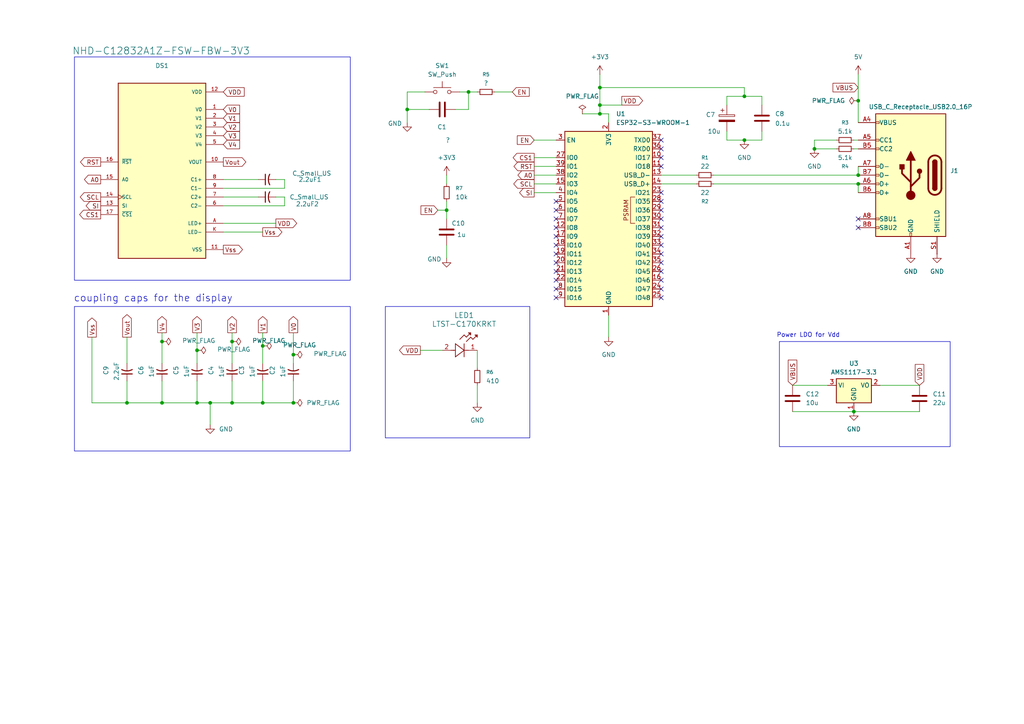
<source format=kicad_sch>
(kicad_sch (version 20250114) (generator "eeschema") (generator_version "9.0")
  (paper "A4")
  (lib_symbols
    (symbol "Connector:USB_C_Receptacle_USB2.0_16P" (pin_names (offset 1.016))
      (property "Reference" "J" (at 0 22.225 0))
      (property "Value" "USB_C_Receptacle_USB2.0_16P" (at 0 19.685 0))
      (symbol "USB_C_Receptacle_USB2.0_16P_0_0"
        (rectangle (start -0.254 -17.78) (end 0.254 -16.764))
        (rectangle (start 10.16 15.494) (end 9.144 14.986))
        (rectangle (start 10.16 10.414) (end 9.144 9.906))
        (rectangle (start 10.16 7.874) (end 9.144 7.366))
        (rectangle (start 10.16 2.794) (end 9.144 2.286))
        (rectangle (start 10.16 0.254) (end 9.144 -0.254))
        (rectangle (start 10.16 -2.286) (end 9.144 -2.794))
        (rectangle (start 10.16 -4.826) (end 9.144 -5.334))
        (rectangle (start 10.16 -12.446) (end 9.144 -12.954))
        (rectangle (start 10.16 -14.986) (end 9.144 -15.494))
      )
      (symbol "USB_C_Receptacle_USB2.0_16P_0_1"
        (rectangle (start -10.16 17.78) (end 10.16 -17.78) (stroke (width 0.254)) (fill (type background)))
        (polyline (pts (xy -8.89 -3.81) (xy -8.89 3.81)) (stroke (width 0.508)))
        (rectangle (start -7.62 -3.81) (end -6.35 3.81) (stroke (width 0.254)) (fill (type outline)))
        (arc (start -7.62 3.81) (mid -6.985 4.4423) (end -6.35 3.81) (stroke (width 0.254)))
        (arc (start -7.62 3.81) (mid -6.985 4.4423) (end -6.35 3.81) (stroke (width 0.254)) (fill (type outline)))
        (arc (start -8.89 3.81) (mid -6.985 5.7067) (end -5.08 3.81) (stroke (width 0.508)))
        (arc (start -5.08 -3.81) (mid -6.985 -5.7067) (end -8.89 -3.81) (stroke (width 0.508)))
        (arc (start -6.35 -3.81) (mid -6.985 -4.4423) (end -7.62 -3.81) (stroke (width 0.254)))
        (arc (start -6.35 -3.81) (mid -6.985 -4.4423) (end -7.62 -3.81) (stroke (width 0.254)) (fill (type outline)))
        (polyline (pts (xy -5.08 3.81) (xy -5.08 -3.81)) (stroke (width 0.508)))
        (circle (center -2.54 1.143) (radius 0.635) (stroke (width 0.254)) (fill (type outline)))
        (polyline (pts (xy -1.27 4.318) (xy 0 6.858) (xy 1.27 4.318) (xy -1.27 4.318)) (stroke (width 0.254)) (fill (type outline)))
        (polyline (pts (xy 0 -2.032) (xy 2.54 0.508) (xy 2.54 1.778)) (stroke (width 0.508)))
        (polyline (pts (xy 0 -3.302) (xy -2.54 -0.762) (xy -2.54 0.508)) (stroke (width 0.508)))
        (polyline (pts (xy 0 -5.842) (xy 0 4.318)) (stroke (width 0.508)))
        (circle (center 0 -5.842) (radius 1.27) (fill (type outline)))
        (rectangle (start 1.905 1.778) (end 3.175 3.048) (stroke (width 0.254)) (fill (type outline)))
      )
      (symbol "USB_C_Receptacle_USB2.0_16P_1_1"
        (pin passive line (at -7.62 -22.86 90) (length 5.08) (name "SHIELD") (number "S1"))
        (pin passive line (at 0 -22.86 90) (length 5.08) (name "GND") (number "A1"))
        (pin passive line (at 0 -22.86 90) (length 5.08) (hide yes) (name "GND") (number "A12"))
        (pin passive line (at 0 -22.86 90) (length 5.08) (hide yes) (name "GND") (number "B1"))
        (pin passive line (at 0 -22.86 90) (length 5.08) (hide yes) (name "GND") (number "B12"))
        (pin passive line (at 15.24 15.24 180) (length 5.08) (name "VBUS") (number "A4"))
        (pin passive line (at 15.24 15.24 180) (length 5.08) (hide yes) (name "VBUS") (number "A9"))
        (pin passive line (at 15.24 15.24 180) (length 5.08) (hide yes) (name "VBUS") (number "B4"))
        (pin passive line (at 15.24 15.24 180) (length 5.08) (hide yes) (name "VBUS") (number "B9"))
        (pin bidirectional line (at 15.24 10.16 180) (length 5.08) (name "CC1") (number "A5"))
        (pin bidirectional line (at 15.24 7.62 180) (length 5.08) (name "CC2") (number "B5"))
        (pin bidirectional line (at 15.24 2.54 180) (length 5.08) (name "D-") (number "A7"))
        (pin bidirectional line (at 15.24 0 180) (length 5.08) (name "D-") (number "B7"))
        (pin bidirectional line (at 15.24 -2.54 180) (length 5.08) (name "D+") (number "A6"))
        (pin bidirectional line (at 15.24 -5.08 180) (length 5.08) (name "D+") (number "B6"))
        (pin bidirectional line (at 15.24 -12.7 180) (length 5.08) (name "SBU1") (number "A8"))
        (pin bidirectional line (at 15.24 -15.24 180) (length 5.08) (name "SBU2") (number "B8"))
      )
    )
    (symbol "Device:C" (pin_numbers (hide yes)) (pin_names (offset 0.254))
      (property "Reference" "C" (at 0.635 2.54 0))
      (property "Value" "C" (at 0.635 -2.54 0))
      (symbol "C_0_1"
        (polyline (pts (xy -2.032 0.762) (xy 2.032 0.762)) (stroke (width 0.508)))
        (polyline (pts (xy -2.032 -0.762) (xy 2.032 -0.762)) (stroke (width 0.508)))
      )
      (symbol "C_1_1"
        (pin passive line (at 0 3.81 270) (length 2.794) (name "~") (number "1"))
        (pin passive line (at 0 -3.81 90) (length 2.794) (name "~") (number "2"))
      )
    )
    (symbol "Device:C_Polarized" (pin_numbers (hide yes)) (pin_names (offset 0.254))
      (property "Reference" "C" (at 0.635 2.54 0))
      (property "Value" "C_Polarized" (at 0.635 -2.54 0))
      (symbol "C_Polarized_0_1"
        (rectangle (start -2.286 0.508) (end 2.286 1.016))
        (polyline (pts (xy -1.778 2.286) (xy -0.762 2.286)))
        (polyline (pts (xy -1.27 2.794) (xy -1.27 1.778)))
        (rectangle (start 2.286 -0.508) (end -2.286 -1.016) (fill (type outline)))
      )
      (symbol "C_Polarized_1_1"
        (pin passive line (at 0 3.81 270) (length 2.794) (name "~") (number "1"))
        (pin passive line (at 0 -3.81 90) (length 2.794) (name "~") (number "2"))
      )
    )
    (symbol "Device:C_Small_US" (pin_numbers (hide yes)) (pin_names (offset 0.254) (hide yes))
      (property "Reference" "C" (at 0.254 1.778 0))
      (property "Value" "C_Small_US" (at 0.254 -2.032 0))
      (symbol "C_Small_US_0_1"
        (polyline (pts (xy -1.524 0.508) (xy 1.524 0.508)) (stroke (width 0.3048)))
        (arc (start -1.524 -0.762) (mid 0 -0.3734) (end 1.524 -0.762) (stroke (width 0.3048)))
      )
      (symbol "C_Small_US_1_1"
        (pin passive line (at 0 2.54 270) (length 2.032) (name "~") (number "1"))
        (pin passive line (at 0 -2.54 90) (length 2.032) (name "~") (number "2"))
      )
    )
    (symbol "Device:R_Small" (pin_numbers (hide yes)) (pin_names (offset 0.254) (hide yes))
      (property "Reference" "R" (at 0 0 90))
      (property "Value" "R_Small" (at 1.778 0 90))
      (symbol "R_Small_0_1"
        (rectangle (start -0.762 1.778) (end 0.762 -1.778) (stroke (width 0.2032)))
      )
      (symbol "R_Small_1_1"
        (pin passive line (at 0 2.54 270) (length 0.762) (name "~") (number "1"))
        (pin passive line (at 0 -2.54 90) (length 0.762) (name "~") (number "2"))
      )
    )
    (symbol "LTST-C170krkt:LTST-C170KRKT" (pin_names (offset 0.254))
      (property "Reference" "LED" (at 5.08 -4.445 0))
      (property "Value" "LTST-C170KRKT" (at 5.08 -7.62 0))
      (symbol "LTST-C170KRKT_1_1"
        (polyline (pts (xy 2.54 0) (xy 3.4798 0)) (stroke (width 0.2032)))
        (polyline (pts (xy 3.175 0) (xy 3.81 0)) (stroke (width 0.2032)))
        (polyline (pts (xy 3.81 1.905) (xy 3.81 -1.905)) (stroke (width 0.2032)))
        (polyline (pts (xy 3.81 -1.905) (xy 6.35 0)) (stroke (width 0.2032)))
        (polyline (pts (xy 5.08 3.175) (xy 6.35 4.445)) (stroke (width 0.2032)))
        (polyline (pts (xy 6.35 4.445) (xy 6.985 3.81)) (stroke (width 0.2032)))
        (polyline (pts (xy 6.35 0) (xy 3.81 1.905)) (stroke (width 0.2032)))
        (polyline (pts (xy 6.35 0) (xy 7.62 0)) (stroke (width 0.2032)))
        (polyline (pts (xy 6.35 -1.905) (xy 6.35 1.905)) (stroke (width 0.2032)))
        (polyline (pts (xy 6.985 3.81) (xy 8.255 5.08)) (stroke (width 0.2032)))
        (polyline (pts (xy 6.985 2.54) (xy 8.255 3.81)) (stroke (width 0.2032)))
        (polyline (pts (xy 7.62 5.08) (xy 8.255 4.445)) (stroke (width 0.2032)))
        (polyline (pts (xy 8.255 5.08) (xy 7.62 5.08)) (stroke (width 0.2032)))
        (polyline (pts (xy 8.255 4.445) (xy 8.255 5.08)) (stroke (width 0.2032)))
        (polyline (pts (xy 8.255 3.81) (xy 8.89 3.175)) (stroke (width 0.2032)))
        (polyline (pts (xy 8.89 3.175) (xy 10.16 4.445)) (stroke (width 0.2032)))
        (polyline (pts (xy 9.525 4.445) (xy 10.16 3.81)) (stroke (width 0.2032)))
        (polyline (pts (xy 10.16 4.445) (xy 9.525 4.445)) (stroke (width 0.2032)))
        (polyline (pts (xy 10.16 3.81) (xy 10.16 4.445)) (stroke (width 0.2032)))
        (pin unspecified line (at 0 0 0) (length 2.54) (name "") (number "2"))
        (pin unspecified line (at 10.16 0 180) (length 2.54) (name "") (number "1"))
      )
      (symbol "LTST-C170KRKT_1_2"
        (polyline (pts (xy -5.08 8.255) (xy -5.08 7.62)) (stroke (width 0.2032)))
        (polyline (pts (xy -5.08 7.62) (xy -4.445 8.255)) (stroke (width 0.2032)))
        (polyline (pts (xy -4.445 10.16) (xy -4.445 9.525)) (stroke (width 0.2032)))
        (polyline (pts (xy -4.445 9.525) (xy -3.81 10.16)) (stroke (width 0.2032)))
        (polyline (pts (xy -4.445 8.255) (xy -5.08 8.255)) (stroke (width 0.2032)))
        (polyline (pts (xy -4.445 6.35) (xy -3.81 6.985)) (stroke (width 0.2032)))
        (polyline (pts (xy -3.81 10.16) (xy -4.445 10.16)) (stroke (width 0.2032)))
        (polyline (pts (xy -3.81 8.255) (xy -3.175 8.89)) (stroke (width 0.2032)))
        (polyline (pts (xy -3.81 6.985) (xy -5.08 8.255)) (stroke (width 0.2032)))
        (polyline (pts (xy -3.175 8.89) (xy -4.445 10.16)) (stroke (width 0.2032)))
        (polyline (pts (xy -3.175 5.08) (xy -4.445 6.35)) (stroke (width 0.2032)))
        (polyline (pts (xy -2.54 6.985) (xy -3.81 8.255)) (stroke (width 0.2032)))
        (polyline (pts (xy -1.905 3.81) (xy 1.905 3.81)) (stroke (width 0.2032)))
        (polyline (pts (xy 0 6.35) (xy -1.905 3.81)) (stroke (width 0.2032)))
        (polyline (pts (xy 0 6.35) (xy 0 7.62)) (stroke (width 0.2032)))
        (polyline (pts (xy 0 3.175) (xy 0 3.81)) (stroke (width 0.2032)))
        (polyline (pts (xy 0 2.54) (xy 0 3.4798)) (stroke (width 0.2032)))
        (polyline (pts (xy 1.905 6.35) (xy -1.905 6.35)) (stroke (width 0.2032)))
        (polyline (pts (xy 1.905 3.81) (xy 0 6.35)) (stroke (width 0.2032)))
        (pin unspecified line (at 0 10.16 270) (length 2.54) (name "") (number "1"))
        (pin unspecified line (at 0 0 90) (length 2.54) (name "") (number "2"))
      )
    )
    (symbol "NHD LCD display:NHD-C12832A1Z-FSW-FBW-3V3" (pin_names (offset 1.016))
      (property "Reference" "DS" (at -12.7 26.162 0))
      (property "Value" "NHD-C12832A1Z-FSW-FBW-3V3" (at -12.7 -27.94 0))
      (symbol "NHD-C12832A1Z-FSW-FBW-3V3_0_0"
        (rectangle (start -12.7 -25.4) (end 12.7 25.4) (stroke (width 0.254)) (fill (type background)))
        (pin input line (at -17.78 2.54 0) (length 5.08) (name "~{RST}") (number "16"))
        (pin input line (at -17.78 -2.54 0) (length 5.08) (name "A0") (number "15"))
        (pin input clock (at -17.78 -7.62 0) (length 5.08) (name "SCL") (number "14"))
        (pin bidirectional line (at -17.78 -10.16 0) (length 5.08) (name "SI") (number "13"))
        (pin input line (at -17.78 -12.7 0) (length 5.08) (name "~{CS1}") (number "17"))
        (pin power_in line (at 17.78 22.86 180) (length 5.08) (name "VDD") (number "12"))
        (pin power_in line (at 17.78 17.78 180) (length 5.08) (name "V0") (number "1"))
        (pin power_in line (at 17.78 15.24 180) (length 5.08) (name "V1") (number "2"))
        (pin power_in line (at 17.78 12.7 180) (length 5.08) (name "V2") (number "3"))
        (pin power_in line (at 17.78 10.16 180) (length 5.08) (name "V3") (number "4"))
        (pin power_in line (at 17.78 7.62 180) (length 5.08) (name "V4") (number "5"))
        (pin output line (at 17.78 2.54 180) (length 5.08) (name "VOUT") (number "10"))
        (pin passive line (at 17.78 -2.54 180) (length 5.08) (name "C1+") (number "8"))
        (pin passive line (at 17.78 -5.08 180) (length 5.08) (name "C1-") (number "9"))
        (pin passive line (at 17.78 -7.62 180) (length 5.08) (name "C2+") (number "7"))
        (pin passive line (at 17.78 -10.16 180) (length 5.08) (name "C2-") (number "6"))
        (pin passive line (at 17.78 -15.24 180) (length 5.08) (name "LED+") (number "A"))
        (pin passive line (at 17.78 -17.78 180) (length 5.08) (name "LED-") (number "K"))
        (pin power_in line (at 17.78 -22.86 180) (length 5.08) (name "VSS") (number "11"))
      )
    )
    (symbol "RF_Module:ESP32-S3-WROOM-1"
      (property "Reference" "U" (at -12.7 26.67 0))
      (property "Value" "ESP32-S3-WROOM-1" (at 12.7 26.67 0))
      (symbol "ESP32-S3-WROOM-1_0_0"
        (rectangle (start -12.7 25.4) (end 12.7 -25.4) (stroke (width 0.254)) (fill (type background)))
        (text "PSRAM" (at 5.08 2.54 900) (effects (font (size 1.27 1.27))))
      )
      (symbol "ESP32-S3-WROOM-1_0_1"
        (polyline (pts (xy 7.62 -1.27) (xy 6.35 -1.27) (xy 6.35 6.35) (xy 7.62 6.35)))
      )
      (symbol "ESP32-S3-WROOM-1_1_1"
        (pin input line (at -15.24 22.86 0) (length 2.54) (name "EN") (number "3"))
        (pin bidirectional line (at -15.24 17.78 0) (length 2.54) (name "IO0") (number "27"))
        (pin bidirectional line (at -15.24 15.24 0) (length 2.54) (name "IO1") (number "39"))
        (pin bidirectional line (at -15.24 12.7 0) (length 2.54) (name "IO2") (number "38"))
        (pin bidirectional line (at -15.24 10.16 0) (length 2.54) (name "IO3") (number "15"))
        (pin bidirectional line (at -15.24 7.62 0) (length 2.54) (name "IO4") (number "4"))
        (pin bidirectional line (at -15.24 5.08 0) (length 2.54) (name "IO5") (number "5"))
        (pin bidirectional line (at -15.24 2.54 0) (length 2.54) (name "IO6") (number "6"))
        (pin bidirectional line (at -15.24 0 0) (length 2.54) (name "IO7") (number "7"))
        (pin bidirectional line (at -15.24 -2.54 0) (length 2.54) (name "IO8") (number "12"))
        (pin bidirectional line (at -15.24 -5.08 0) (length 2.54) (name "IO9") (number "17"))
        (pin bidirectional line (at -15.24 -7.62 0) (length 2.54) (name "IO10") (number "18"))
        (pin bidirectional line (at -15.24 -10.16 0) (length 2.54) (name "IO11") (number "19"))
        (pin bidirectional line (at -15.24 -12.7 0) (length 2.54) (name "IO12") (number "20"))
        (pin bidirectional line (at -15.24 -15.24 0) (length 2.54) (name "IO13") (number "21"))
        (pin bidirectional line (at -15.24 -17.78 0) (length 2.54) (name "IO14") (number "22"))
        (pin bidirectional line (at -15.24 -20.32 0) (length 2.54) (name "IO15") (number "8"))
        (pin bidirectional line (at -15.24 -22.86 0) (length 2.54) (name "IO16") (number "9"))
        (pin power_in line (at 0 27.94 270) (length 2.54) (name "3V3") (number "2"))
        (pin power_in line (at 0 -27.94 90) (length 2.54) (name "GND") (number "1"))
        (pin passive line (at 0 -27.94 90) (length 2.54) (hide yes) (name "GND") (number "40"))
        (pin passive line (at 0 -27.94 90) (length 2.54) (hide yes) (name "GND") (number "41"))
        (pin bidirectional line (at 15.24 22.86 180) (length 2.54) (name "TXD0") (number "37"))
        (pin bidirectional line (at 15.24 20.32 180) (length 2.54) (name "RXD0") (number "36"))
        (pin bidirectional line (at 15.24 17.78 180) (length 2.54) (name "IO17") (number "10"))
        (pin bidirectional line (at 15.24 15.24 180) (length 2.54) (name "IO18") (number "11"))
        (pin bidirectional line (at 15.24 12.7 180) (length 2.54) (name "USB_D-") (number "13"))
        (pin bidirectional line (at 15.24 10.16 180) (length 2.54) (name "USB_D+") (number "14"))
        (pin bidirectional line (at 15.24 7.62 180) (length 2.54) (name "IO21") (number "23"))
        (pin bidirectional line (at 15.24 5.08 180) (length 2.54) (name "IO35") (number "28"))
        (pin bidirectional line (at 15.24 2.54 180) (length 2.54) (name "IO36") (number "29"))
        (pin bidirectional line (at 15.24 0 180) (length 2.54) (name "IO37") (number "30"))
        (pin bidirectional line (at 15.24 -2.54 180) (length 2.54) (name "IO38") (number "31"))
        (pin bidirectional line (at 15.24 -5.08 180) (length 2.54) (name "IO39") (number "32"))
        (pin bidirectional line (at 15.24 -7.62 180) (length 2.54) (name "IO40") (number "33"))
        (pin bidirectional line (at 15.24 -10.16 180) (length 2.54) (name "IO41") (number "34"))
        (pin bidirectional line (at 15.24 -12.7 180) (length 2.54) (name "IO42") (number "35"))
        (pin bidirectional line (at 15.24 -15.24 180) (length 2.54) (name "IO45") (number "26"))
        (pin bidirectional line (at 15.24 -17.78 180) (length 2.54) (name "IO46") (number "16"))
        (pin bidirectional line (at 15.24 -20.32 180) (length 2.54) (name "IO47") (number "24"))
        (pin bidirectional line (at 15.24 -22.86 180) (length 2.54) (name "IO48") (number "25"))
      )
    )
    (symbol "Regulator_Linear:AMS1117-3.3"
      (property "Reference" "U" (at -3.81 3.175 0))
      (property "Value" "AMS1117-3.3" (at 0 3.175 0))
      (symbol "AMS1117-3.3_0_1"
        (rectangle (start -5.08 -5.08) (end 5.08 1.905) (stroke (width 0.254)) (fill (type background)))
      )
      (symbol "AMS1117-3.3_1_1"
        (pin power_in line (at -7.62 0 0) (length 2.54) (name "VI") (number "3"))
        (pin power_in line (at 0 -7.62 90) (length 2.54) (name "GND") (number "1"))
        (pin power_out line (at 7.62 0 180) (length 2.54) (name "VO") (number "2"))
      )
    )
    (symbol "Switch:SW_Push" (pin_numbers (hide yes)) (pin_names (offset 1.016) (hide yes))
      (property "Reference" "SW" (at 1.27 2.54 0))
      (property "Value" "SW_Push" (at 0 -1.524 0))
      (symbol "SW_Push_0_1"
        (circle (center -2.032 0) (radius 0.508))
        (polyline (pts (xy 0 1.27) (xy 0 3.048)))
        (circle (center 2.032 0) (radius 0.508))
        (polyline (pts (xy 2.54 1.27) (xy -2.54 1.27)))
        (pin passive line (at -5.08 0 0) (length 2.54) (name "1") (number "1"))
        (pin passive line (at 5.08 0 180) (length 2.54) (name "2") (number "2"))
      )
    )
    (symbol "power:+3V3" (power) (pin_numbers (hide yes)) (pin_names (offset 0) (hide yes))
      (property "Value" "+3V3" (at 0 3.556 0))
      (symbol "+3V3_0_1"
        (polyline (pts (xy -0.762 1.27) (xy 0 2.54)))
        (polyline (pts (xy 0 2.54) (xy 0.762 1.27)))
        (polyline (pts (xy 0 0) (xy 0 2.54)))
      )
      (symbol "+3V3_1_1"
        (pin power_in line (at 0 0 90) (length 0) (name "~") (number "1"))
      )
    )
    (symbol "power:GND" (power) (pin_numbers (hide yes)) (pin_names (offset 0) (hide yes))
      (property "Value" "GND" (at 0 -3.81 0))
      (symbol "GND_0_1"
        (polyline (pts (xy 0 0) (xy 0 -1.27) (xy 1.27 -1.27) (xy 0 -2.54) (xy -1.27 -1.27) (xy 0 -1.27)))
      )
      (symbol "GND_1_1"
        (pin power_in line (at 0 0 270) (length 0) (name "~") (number "1"))
      )
    )
    (symbol "power:PWR_FLAG" (power) (pin_numbers (hide yes)) (pin_names (offset 0) (hide yes))
      (property "Value" "PWR_FLAG" (at 0 3.81 0))
      (symbol "PWR_FLAG_0_0"
        (pin power_out line (at 0 0 90) (length 0) (name "~") (number "1"))
      )
      (symbol "PWR_FLAG_0_1"
        (polyline (pts (xy 0 0) (xy 0 1.27) (xy -1.016 1.905) (xy 0 2.54) (xy 1.016 1.905) (xy 0 1.27)))
      )
    )
  )
  (rectangle (start 111.76 88.9) (end 153.67 127))
  (rectangle (start 226.06 99.06) (end 275.59 129.54))
  (rectangle (start 21.59 16.51) (end 101.6 81.28))
  (rectangle (start 21.59 88.9) (end 101.6 130.81))
  (text "coupling caps for the display\n" (at 44.45 86.614 0) (effects (font (size 2.032 2.032))))
  (text "Power LDO for Vdd\n" (at 234.442 97.282 0) (effects (font (size 1.27 1.27))))
  (junction (at 173.99 33.02))
  (junction (at 36.83 116.84))
  (junction (at 67.31 116.84))
  (junction (at 248.92 50.8))
  (junction (at 76.2 116.84))
  (junction (at 248.92 29.21))
  (junction (at 67.31 99.06))
  (junction (at 57.15 101.6))
  (junction (at 85.09 102.87))
  (junction (at 57.15 116.84))
  (junction (at 60.96 116.84))
  (junction (at 76.2 100.33))
  (junction (at 46.99 116.84))
  (junction (at 215.9 40.64))
  (junction (at 173.99 25.4))
  (junction (at 118.11 31.75))
  (junction (at 135.89 26.67))
  (junction (at 247.65 119.38))
  (junction (at 248.92 53.34))
  (junction (at 85.09 116.84))
  (junction (at 173.99 30.48))
  (junction (at 236.22 43.18))
  (junction (at 46.99 99.06))
  (junction (at 129.54 60.96))
  (junction (at 215.9 27.94))
  (no_connect (at 191.77 48.26))
  (no_connect (at 191.77 55.88))
  (no_connect (at 161.29 83.82))
  (no_connect (at 161.29 60.96))
  (no_connect (at 191.77 76.2))
  (no_connect (at 161.29 86.36))
  (no_connect (at 161.29 73.66))
  (no_connect (at 191.77 40.64))
  (no_connect (at 191.77 78.74))
  (no_connect (at 161.29 63.5))
  (no_connect (at 191.77 73.66))
  (no_connect (at 191.77 86.36))
  (no_connect (at 191.77 63.5))
  (no_connect (at 161.29 76.2))
  (no_connect (at 161.29 78.74))
  (no_connect (at 191.77 43.18))
  (no_connect (at 191.77 83.82))
  (no_connect (at 248.92 63.5))
  (no_connect (at 191.77 60.96))
  (no_connect (at 191.77 68.58))
  (no_connect (at 161.29 58.42))
  (no_connect (at 191.77 45.72))
  (no_connect (at 161.29 71.12))
  (no_connect (at 191.77 58.42))
  (no_connect (at 191.77 71.12))
  (no_connect (at 161.29 66.04))
  (no_connect (at 191.77 81.28))
  (no_connect (at 161.29 81.28))
  (no_connect (at 191.77 66.04))
  (no_connect (at 161.29 68.58))
  (no_connect (at 248.92 66.04))
  (wire (pts (xy 80.01 52.07) (xy 82.55 52.07)))
  (wire (pts (xy 229.87 119.38) (xy 247.65 119.38)))
  (wire (pts (xy 46.99 96.52) (xy 46.99 99.06)))
  (wire (pts (xy 236.22 40.64) (xy 236.22 43.18)))
  (wire (pts (xy 215.9 27.94) (xy 215.9 25.4)))
  (wire (pts (xy 135.89 26.67) (xy 138.43 26.67)))
  (wire (pts (xy 210.82 38.1) (xy 210.82 40.64)))
  (wire (pts (xy 248.92 48.26) (xy 248.92 50.8)))
  (wire (pts (xy 248.92 53.34) (xy 248.92 55.88)))
  (wire (pts (xy 220.98 27.94) (xy 220.98 30.48)))
  (wire (pts (xy 201.93 50.8) (xy 191.77 50.8)))
  (wire (pts (xy 36.83 97.79) (xy 36.83 105.41)))
  (wire (pts (xy 46.99 110.49) (xy 46.99 116.84)))
  (wire (pts (xy 36.83 116.84) (xy 26.67 116.84)))
  (wire (pts (xy 76.2 100.33) (xy 76.2 105.41)))
  (wire (pts (xy 138.43 111.76) (xy 138.43 116.84)))
  (wire (pts (xy 154.94 50.8) (xy 161.29 50.8)))
  (wire (pts (xy 64.77 54.61) (xy 82.55 54.61)))
  (wire (pts (xy 154.94 45.72) (xy 161.29 45.72)))
  (wire (pts (xy 26.67 97.79) (xy 26.67 116.84)))
  (wire (pts (xy 64.77 52.07) (xy 74.93 52.07)))
  (wire (pts (xy 80.01 64.77) (xy 64.77 64.77)))
  (wire (pts (xy 76.2 110.49) (xy 76.2 116.84)))
  (wire (pts (xy 76.2 116.84) (xy 67.31 116.84)))
  (wire (pts (xy 76.2 96.52) (xy 76.2 100.33)))
  (wire (pts (xy 173.99 21.59) (xy 173.99 25.4)))
  (wire (pts (xy 176.53 91.44) (xy 176.53 97.79)))
  (wire (pts (xy 64.77 59.69) (xy 82.55 59.69)))
  (wire (pts (xy 85.09 96.52) (xy 85.09 102.87)))
  (wire (pts (xy 57.15 110.49) (xy 57.15 116.84)))
  (wire (pts (xy 85.09 102.87) (xy 85.09 105.41)))
  (wire (pts (xy 64.77 67.31) (xy 76.2 67.31)))
  (wire (pts (xy 67.31 99.06) (xy 67.31 105.41)))
  (wire (pts (xy 236.22 43.18) (xy 242.57 43.18)))
  (wire (pts (xy 118.11 26.67) (xy 123.19 26.67)))
  (wire (pts (xy 80.01 57.15) (xy 82.55 57.15)))
  (wire (pts (xy 57.15 101.6) (xy 57.15 105.41)))
  (wire (pts (xy 247.65 119.38) (xy 266.7 119.38)))
  (wire (pts (xy 201.93 53.34) (xy 191.77 53.34)))
  (wire (pts (xy 207.01 53.34) (xy 248.92 53.34)))
  (wire (pts (xy 67.31 96.52) (xy 67.31 99.06)))
  (wire (pts (xy 36.83 110.49) (xy 36.83 116.84)))
  (wire (pts (xy 46.99 99.06) (xy 46.99 105.41)))
  (wire (pts (xy 133.35 26.67) (xy 135.89 26.67)))
  (wire (pts (xy 154.94 48.26) (xy 161.29 48.26)))
  (wire (pts (xy 210.82 30.48) (xy 210.82 27.94)))
  (wire (pts (xy 135.89 26.67) (xy 135.89 31.75)))
  (wire (pts (xy 247.65 40.64) (xy 248.92 40.64)))
  (wire (pts (xy 85.09 110.49) (xy 85.09 116.84)))
  (wire (pts (xy 57.15 96.52) (xy 57.15 101.6)))
  (wire (pts (xy 215.9 40.64) (xy 220.98 40.64)))
  (wire (pts (xy 64.77 57.15) (xy 74.93 57.15)))
  (wire (pts (xy 220.98 38.1) (xy 220.98 40.64)))
  (wire (pts (xy 168.91 33.02) (xy 173.99 33.02)))
  (wire (pts (xy 148.59 26.67) (xy 143.51 26.67)))
  (wire (pts (xy 118.11 31.75) (xy 118.11 35.56)))
  (wire (pts (xy 129.54 74.93) (xy 129.54 71.12)))
  (wire (pts (xy 242.57 40.64) (xy 236.22 40.64)))
  (wire (pts (xy 215.9 27.94) (xy 220.98 27.94)))
  (wire (pts (xy 210.82 40.64) (xy 215.9 40.64)))
  (wire (pts (xy 176.53 33.02) (xy 176.53 35.56)))
  (wire (pts (xy 57.15 116.84) (xy 46.99 116.84)))
  (wire (pts (xy 118.11 31.75) (xy 124.46 31.75)))
  (wire (pts (xy 255.27 111.76) (xy 266.7 111.76)))
  (wire (pts (xy 173.99 30.48) (xy 173.99 33.02)))
  (wire (pts (xy 46.99 116.84) (xy 36.83 116.84)))
  (wire (pts (xy 248.92 21.59) (xy 248.92 29.21)))
  (wire (pts (xy 229.87 111.76) (xy 240.03 111.76)))
  (wire (pts (xy 129.54 60.96) (xy 129.54 63.5)))
  (wire (pts (xy 85.09 116.84) (xy 76.2 116.84)))
  (wire (pts (xy 60.96 123.19) (xy 60.96 116.84)))
  (wire (pts (xy 210.82 27.94) (xy 215.9 27.94)))
  (wire (pts (xy 154.94 53.34) (xy 161.29 53.34)))
  (wire (pts (xy 247.65 43.18) (xy 248.92 43.18)))
  (wire (pts (xy 129.54 50.8) (xy 129.54 53.34)))
  (wire (pts (xy 127 60.96) (xy 129.54 60.96)))
  (wire (pts (xy 180.34 29.21) (xy 180.34 30.48)))
  (wire (pts (xy 173.99 25.4) (xy 173.99 30.48)))
  (wire (pts (xy 82.55 52.07) (xy 82.55 54.61)))
  (wire (pts (xy 132.08 31.75) (xy 135.89 31.75)))
  (wire (pts (xy 207.01 50.8) (xy 248.92 50.8)))
  (wire (pts (xy 173.99 25.4) (xy 215.9 25.4)))
  (wire (pts (xy 248.92 29.21) (xy 248.92 35.56)))
  (wire (pts (xy 154.94 55.88) (xy 161.29 55.88)))
  (wire (pts (xy 154.94 40.64) (xy 161.29 40.64)))
  (wire (pts (xy 138.43 101.6) (xy 138.43 106.68)))
  (wire (pts (xy 176.53 33.02) (xy 173.99 33.02)))
  (wire (pts (xy 67.31 116.84) (xy 60.96 116.84)))
  (wire (pts (xy 60.96 116.84) (xy 57.15 116.84)))
  (wire (pts (xy 121.92 101.6) (xy 128.27 101.6)))
  (wire (pts (xy 118.11 26.67) (xy 118.11 31.75)))
  (wire (pts (xy 82.55 57.15) (xy 82.55 59.69)))
  (wire (pts (xy 67.31 110.49) (xy 67.31 116.84)))
  (wire (pts (xy 180.34 30.48) (xy 173.99 30.48)))
  (wire (pts (xy 129.54 58.42) (xy 129.54 60.96)))
  (global_label "VDD" (shape input) (at 266.7 111.76 90) (property "Intersheetrefs" "${INTERSHEET_REFS}" (effects (hide yes))))
  (global_label "Vout" (shape output) (at 36.83 97.79 90) (property "Intersheetrefs" "${INTERSHEET_REFS}" (effects (hide yes))))
  (global_label "EN" (shape input) (at 148.59 26.67 0) (property "Intersheetrefs" "${INTERSHEET_REFS}" (effects (hide yes))))
  (global_label "V0" (shape input) (at 64.77 31.75 0) (property "Intersheetrefs" "${INTERSHEET_REFS}" (effects (hide yes))))
  (global_label "V0" (shape output) (at 85.09 96.52 90) (property "Intersheetrefs" "${INTERSHEET_REFS}" (effects (hide yes))))
  (global_label "VDD" (shape input) (at 64.77 26.67 0) (property "Intersheetrefs" "${INTERSHEET_REFS}" (effects (hide yes))))
  (global_label "V2" (shape input) (at 64.77 36.83 0) (property "Intersheetrefs" "${INTERSHEET_REFS}" (effects (hide yes))))
  (global_label "VDD" (shape output) (at 121.92 101.6 180) (property "Intersheetrefs" "${INTERSHEET_REFS}" (effects (hide yes))))
  (global_label "EN" (shape input) (at 154.94 40.64 180) (property "Intersheetrefs" "${INTERSHEET_REFS}" (effects (hide yes))))
  (global_label "Vss" (shape output) (at 26.67 97.79 90) (property "Intersheetrefs" "${INTERSHEET_REFS}" (effects (hide yes))))
  (global_label "EN" (shape input) (at 127 60.96 180) (property "Intersheetrefs" "${INTERSHEET_REFS}" (effects (hide yes))))
  (global_label "V4" (shape input) (at 64.77 41.91 0) (property "Intersheetrefs" "${INTERSHEET_REFS}" (effects (hide yes))))
  (global_label "SI" (shape output) (at 29.21 59.69 180) (property "Intersheetrefs" "${INTERSHEET_REFS}" (effects (hide yes))))
  (global_label "SI" (shape output) (at 154.94 55.88 180) (property "Intersheetrefs" "${INTERSHEET_REFS}" (effects (hide yes))))
  (global_label "SCL" (shape output) (at 154.94 53.34 180) (property "Intersheetrefs" "${INTERSHEET_REFS}" (effects (hide yes))))
  (global_label "VBUS" (shape input) (at 229.87 111.76 90) (property "Intersheetrefs" "${INTERSHEET_REFS}" (effects (hide yes))))
  (global_label "A0" (shape output) (at 29.21 52.07 180) (property "Intersheetrefs" "${INTERSHEET_REFS}" (effects (hide yes))))
  (global_label "V3" (shape input) (at 64.77 39.37 0) (property "Intersheetrefs" "${INTERSHEET_REFS}" (effects (hide yes))))
  (global_label "V2" (shape output) (at 67.31 96.52 90) (property "Intersheetrefs" "${INTERSHEET_REFS}" (effects (hide yes))))
  (global_label "Vout" (shape output) (at 64.77 46.99 0) (property "Intersheetrefs" "${INTERSHEET_REFS}" (effects (hide yes))))
  (global_label "V1" (shape output) (at 76.2 96.52 90) (property "Intersheetrefs" "${INTERSHEET_REFS}" (effects (hide yes))))
  (global_label "Vss" (shape output) (at 76.2 67.31 0) (property "Intersheetrefs" "${INTERSHEET_REFS}" (effects (hide yes))))
  (global_label "V1" (shape input) (at 64.77 34.29 0) (property "Intersheetrefs" "${INTERSHEET_REFS}" (effects (hide yes))))
  (global_label "VDD" (shape output) (at 80.01 64.77 0) (property "Intersheetrefs" "${INTERSHEET_REFS}" (effects (hide yes))))
  (global_label "Vss" (shape output) (at 64.77 72.39 0) (property "Intersheetrefs" "${INTERSHEET_REFS}" (effects (hide yes))))
  (global_label "VBUS" (shape input) (at 248.92 25.4 180) (property "Intersheetrefs" "${INTERSHEET_REFS}" (effects (hide yes))))
  (global_label "V3" (shape output) (at 57.15 96.52 90) (property "Intersheetrefs" "${INTERSHEET_REFS}" (effects (hide yes))))
  (global_label "CS1" (shape output) (at 154.94 45.72 180) (property "Intersheetrefs" "${INTERSHEET_REFS}" (effects (hide yes))))
  (global_label "SCL" (shape output) (at 29.21 57.15 180) (property "Intersheetrefs" "${INTERSHEET_REFS}" (effects (hide yes))))
  (global_label "RST" (shape output) (at 154.94 48.26 180) (property "Intersheetrefs" "${INTERSHEET_REFS}" (effects (hide yes))))
  (global_label "A0" (shape output) (at 154.94 50.8 180) (property "Intersheetrefs" "${INTERSHEET_REFS}" (effects (hide yes))))
  (global_label "RST" (shape output) (at 29.21 46.99 180) (property "Intersheetrefs" "${INTERSHEET_REFS}" (effects (hide yes))))
  (global_label "CS1" (shape output) (at 29.21 62.23 180) (property "Intersheetrefs" "${INTERSHEET_REFS}" (effects (hide yes))))
  (global_label "V4" (shape output) (at 46.99 96.52 90) (property "Intersheetrefs" "${INTERSHEET_REFS}" (effects (hide yes))))
  (global_label "VDD" (shape output) (at 180.34 29.21 0) (property "Intersheetrefs" "${INTERSHEET_REFS}" (effects (hide yes))))
  (symbol (lib_id "Device:C_Small_US") (at 67.31 107.95 180) (unit 1)
    (property "Reference" "C4" (at 61.214 107.442 90))
    (property "Value" "1uF" (at 64.262 107.696 90))
    (property "Footprint" "Capacitor_SMD:C_0402_1005Metric" (effects (hide yes)))
    (property "Description" "capacitor, small US symbol" (effects (hide yes)))
  )
  (symbol (lib_id "power:+3V3") (at 129.54 50.8 0) (unit 1)
    (property "Reference" "#PWR011" (effects (hide yes)))
    (property "Value" "+3V3" (at 129.54 45.72 0))
    (property "Description" "Power symbol creates a global label with name \"+3V3\"" (effects (hide yes)))
  )
  (symbol (lib_id "Device:C_Small_US") (at 85.09 107.95 180) (unit 1)
    (property "Reference" "C2" (at 78.994 107.442 90))
    (property "Value" "1uF" (at 82.042 107.696 90))
    (property "Footprint" "Capacitor_SMD:C_0402_1005Metric" (effects (hide yes)))
    (property "Description" "capacitor, small US symbol" (effects (hide yes)))
  )
  (symbol (lib_id "Switch:SW_Push") (at 128.27 26.67 0) (unit 1)
    (property "Reference" "SW1" (at 128.27 19.05 0))
    (property "Value" "SW_Push" (at 128.27 21.59 0))
    (property "Footprint" "Resistor_SMD:R_0402_1005Metric" (effects (hide yes)))
    (property "Description" "Push button switch, generic, two pins" (effects (hide yes)))
  )
  (symbol (lib_id "Device:R_Small") (at 245.11 43.18 90) (mirror x) (unit 1)
    (property "Reference" "R4" (at 245.11 48.26 90) (effects (font (size 1.016 1.016))))
    (property "Value" "5.1k" (at 245.11 45.72 90))
    (property "Footprint" "Resistor_SMD:R_0402_1005Metric" (effects (hide yes)))
    (property "Description" "Resistor, small symbol" (effects (hide yes)))
  )
  (symbol (lib_id "Device:C") (at 220.98 34.29 0) (unit 1)
    (property "Reference" "C8" (at 224.79 33.0199 0) (effects (justify left)))
    (property "Value" "0.1u" (at 224.79 35.814 0) (effects (justify left)))
    (property "Description" "Unpolarized capacitor" (effects (hide yes)))
  )
  (symbol (lib_id "LTST-C170krkt:LTST-C170KRKT") (at 128.27 101.6 0) (unit 1)
    (property "Reference" "LED1" (at 134.62 91.44 0) (effects (font (size 1.524 1.524))))
    (property "Value" "LTST-C170KRKT" (at 134.62 93.98 0) (effects (font (size 1.524 1.524))))
    (property "Footprint" "Ground_Station:LED_LTST-C170KRKT_LTO-M" (effects (hide yes)))
    (property "Datasheet" "LTST-C170KRKT" (effects (hide yes)))
  )
  (symbol (lib_id "Device:R_Small") (at 138.43 109.22 180) (unit 1)
    (property "Reference" "R6" (at 140.97 107.9499 0) (effects (font (size 1.016 1.016)) (justify right)))
    (property "Value" "410" (at 140.97 110.4899 0) (effects (justify right)))
    (property "Description" "Resistor, small symbol" (effects (hide yes)))
  )
  (symbol (lib_id "power:PWR_FLAG") (at 168.91 33.02 0) (unit 1)
    (property "Reference" "#FLG02" (effects (hide yes)))
    (property "Value" "PWR_FLAG" (at 168.91 27.94 0))
    (property "Description" "Special symbol for telling ERC where power comes from" (effects (hide yes)))
  )
  (symbol (lib_id "power:GND") (at 264.16 73.66 0) (unit 1)
    (property "Reference" "#PWR04" (effects (hide yes)))
    (property "Value" "GND" (at 264.16 78.74 0))
    (property "Description" "Power symbol creates a global label with name \"GND\" , ground" (effects (hide yes)))
  )
  (symbol (lib_id "power:PWR_FLAG") (at 46.99 99.06 270) (unit 1)
    (property "Reference" "#FLG07" (effects (hide yes)))
    (property "Value" "PWR_FLAG" (at 52.832 98.806 90) (effects (justify left)))
    (property "Description" "Special symbol for telling ERC where power comes from" (effects (hide yes)))
  )
  (symbol (lib_id "RF_Module:ESP32-S3-WROOM-1") (at 176.53 63.5 0) (unit 1)
    (property "Reference" "U1" (at 178.6733 33.02 0) (effects (justify left)))
    (property "Value" "ESP32-S3-WROOM-1" (at 178.6733 35.56 0) (effects (justify left)))
    (property "Footprint" "RF_Module:ESP32-S3-WROOM-1" (effects (hide yes)))
    (property "Datasheet" "https://www.espressif.com/sites/default/files/documentation/esp32-s3-wroom-1_wroom-1u_datasheet_en.pdf" (effects (hide yes)))
    (property "Description" "RF Module, ESP32-S3 SoC, Wi-Fi 802.11b/g/n, Bluetooth, BLE, 32-bit, 3.3V, onboard antenna, SMD" (effects (hide yes)))
  )
  (symbol (lib_id "Device:C_Small_US") (at 46.99 107.95 180) (unit 1)
    (property "Reference" "C6" (at 40.894 107.442 90))
    (property "Value" "1uF" (at 43.942 107.696 90))
    (property "Footprint" "Capacitor_SMD:C_0402_1005Metric" (effects (hide yes)))
    (property "Description" "capacitor, small US symbol" (effects (hide yes)))
  )
  (symbol (lib_id "Device:R_Small") (at 204.47 53.34 90) (mirror x) (unit 1)
    (property "Reference" "R2" (at 204.47 58.42 90) (effects (font (size 1.016 1.016))))
    (property "Value" "22" (at 204.47 55.88 90))
    (property "Footprint" "Resistor_SMD:R_0402_1005Metric" (effects (hide yes)))
    (property "Description" "Resistor, small symbol" (effects (hide yes)))
  )
  (symbol (lib_id "Device:C_Polarized") (at 210.82 34.29 0) (unit 1)
    (property "Reference" "C7" (at 204.724 33.274 0) (effects (justify left)))
    (property "Value" "10u" (at 205.232 38.1 0) (effects (justify left)))
    (property "Description" "Polarized capacitor" (effects (hide yes)))
  )
  (symbol (lib_id "Device:R_Small") (at 204.47 50.8 90) (unit 1)
    (property "Reference" "R1" (at 204.47 45.72 90) (effects (font (size 1.016 1.016))))
    (property "Value" "22" (at 204.47 48.26 90))
    (property "Footprint" "Resistor_SMD:R_0402_1005Metric" (effects (hide yes)))
    (property "Description" "Resistor, small symbol" (effects (hide yes)))
  )
  (symbol (lib_id "Device:R_Small") (at 129.54 55.88 180) (unit 1)
    (property "Reference" "R7" (at 132.08 54.6099 0) (effects (font (size 1.016 1.016)) (justify right)))
    (property "Value" "10k" (at 132.08 57.1499 0) (effects (justify right)))
    (property "Footprint" "Resistor_SMD:R_0402_1005Metric" (effects (hide yes)))
    (property "Description" "Resistor, small symbol" (effects (hide yes)))
  )
  (symbol (lib_id "power:GND") (at 247.65 119.38 0) (unit 1)
    (property "Reference" "#PWR013" (effects (hide yes)))
    (property "Value" "GND" (at 247.65 124.46 0))
    (property "Description" "Power symbol creates a global label with name \"GND\" , ground" (effects (hide yes)))
  )
  (symbol (lib_id "power:GND") (at 60.96 123.19 0) (unit 1)
    (property "Reference" "#PWR010" (effects (hide yes)))
    (property "Value" "GND" (at 63.5 124.4599 0) (effects (justify left)))
    (property "Description" "Power symbol creates a global label with name \"GND\" , ground" (effects (hide yes)))
  )
  (symbol (lib_id "power:PWR_FLAG") (at 57.15 101.6 270) (unit 1)
    (property "Reference" "#FLG06" (effects (hide yes)))
    (property "Value" "PWR_FLAG" (at 62.992 101.346 90) (effects (justify left)))
    (property "Description" "Special symbol for telling ERC where power comes from" (effects (hide yes)))
  )
  (symbol (lib_id "power:GND") (at 236.22 43.18 0) (unit 1)
    (property "Reference" "#PWR03" (effects (hide yes)))
    (property "Value" "GND" (at 236.22 48.26 0))
    (property "Description" "Power symbol creates a global label with name \"GND\" , ground" (effects (hide yes)))
  )
  (symbol (lib_id "NHD LCD display:NHD-C12832A1Z-FSW-FBW-3V3") (at 46.99 49.53 0) (unit 1)
    (property "Reference" "DS1" (at 46.99 19.05 0))
    (property "Value" "NHD-C12832A1Z-FSW-FBW-3V3" (at 46.736 14.732 0) (effects (font (size 2.032 2.032))))
    (property "Footprint" "Ground_Station:LCD_NHD-C12832A1Z-FSW-FBW-3V3" (effects (hide yes)))
    (property "PARTREV" "7" (effects (hide yes)))
    (property "MANUFACTURER" "Newhaven" (effects (hide yes)))
    (property "MAXIMUM_PACKAGE_HEIGHT" "4.3 mm" (effects (hide yes)))
    (property "STANDARD" "Manufacturer Recommendations" (effects (hide yes)))
  )
  (symbol (lib_id "Regulator_Linear:AMS1117-3.3") (at 247.65 111.76 0) (unit 1)
    (property "Reference" "U3" (at 247.65 105.41 0))
    (property "Value" "AMS1117-3.3" (at 247.65 107.95 0))
    (property "Footprint" "Package_TO_SOT_SMD:SOT-223-3_TabPin2" (effects (hide yes)))
    (property "Datasheet" "http://www.advanced-monolithic.com/pdf/ds1117.pdf" (effects (hide yes)))
    (property "Description" "1A Low Dropout regulator, positive, 3.3V fixed output, SOT-223" (effects (hide yes)))
  )
  (symbol (lib_id "Device:R_Small") (at 245.11 40.64 90) (unit 1)
    (property "Reference" "R3" (at 245.11 35.56 90) (effects (font (size 1.016 1.016))))
    (property "Value" "5.1k" (at 245.11 38.1 90))
    (property "Footprint" "Resistor_SMD:R_0402_1005Metric" (effects (hide yes)))
    (property "Description" "Resistor, small symbol" (effects (hide yes)))
  )
  (symbol (lib_id "Device:C_Small_US") (at 77.47 52.07 90) (unit 1)
    (property "Reference" "2.2uF1" (at 89.916 52.07 90))
    (property "Value" "C_Small_US" (at 90.424 50.292 90))
    (property "Footprint" "Capacitor_SMD:C_0402_1005Metric" (effects (hide yes)))
    (property "Description" "capacitor, small US symbol" (effects (hide yes)))
  )
  (symbol (lib_id "Device:C_Small_US") (at 36.83 107.95 180) (unit 1)
    (property "Reference" "C9" (at 30.734 107.442 90))
    (property "Value" "2.2uF" (at 33.782 107.696 90))
    (property "Footprint" "Capacitor_SMD:C_0402_1005Metric" (effects (hide yes)))
    (property "Description" "capacitor, small US symbol" (effects (hide yes)))
  )
  (symbol (lib_id "power:GND") (at 118.11 35.56 0) (unit 1)
    (property "Reference" "#PWR07" (effects (hide yes)))
    (property "Value" "GND" (at 114.554 35.814 0))
    (property "Description" "Power symbol creates a global label with name \"GND\" , ground" (effects (hide yes)))
  )
  (symbol (lib_id "Device:C") (at 128.27 31.75 90) (unit 1)
    (property "Reference" "C1" (at 129.54 36.83 90) (effects (justify left)))
    (property "Value" "?" (at 130.556 40.64 90) (effects (justify left)))
    (property "Description" "Unpolarized capacitor" (effects (hide yes)))
  )
  (symbol (lib_id "power:+3V3") (at 173.99 21.59 0) (unit 1)
    (property "Reference" "#PWR01" (effects (hide yes)))
    (property "Value" "+3V3" (at 173.99 16.51 0))
    (property "Description" "Power symbol creates a global label with name \"+3V3\"" (effects (hide yes)))
  )
  (symbol (lib_id "power:PWR_FLAG") (at 248.92 29.21 90) (unit 1)
    (property "Reference" "#FLG010" (effects (hide yes)))
    (property "Value" "PWR_FLAG" (at 245.11 29.2099 90) (effects (justify left)))
    (property "Description" "Special symbol for telling ERC where power comes from" (effects (hide yes)))
  )
  (symbol (lib_id "Device:C_Small_US") (at 77.47 57.15 90) (unit 1)
    (property "Reference" "2.2uF2" (at 89.154 59.182 90))
    (property "Value" "C_Small_US" (at 89.662 57.15 90))
    (property "Footprint" "Capacitor_SMD:C_0402_1005Metric" (effects (hide yes)))
    (property "Description" "capacitor, small US symbol" (effects (hide yes)))
  )
  (symbol (lib_id "Device:C_Small_US") (at 76.2 107.95 180) (unit 1)
    (property "Reference" "C3" (at 70.104 107.442 90))
    (property "Value" "1uF" (at 73.152 107.696 90))
    (property "Footprint" "Capacitor_SMD:C_0402_1005Metric" (effects (hide yes)))
    (property "Description" "capacitor, small US symbol" (effects (hide yes)))
  )
  (symbol (lib_id "power:PWR_FLAG") (at 76.2 100.33 270) (unit 1)
    (property "Reference" "#FLG04" (effects (hide yes)))
    (property "Value" "PWR_FLAG" (at 82.042 100.076 90) (effects (justify left)))
    (property "Description" "Special symbol for telling ERC where power comes from" (effects (hide yes)))
  )
  (symbol (lib_id "Device:C_Small_US") (at 57.15 107.95 180) (unit 1)
    (property "Reference" "C5" (at 51.054 107.442 90))
    (property "Value" "1uF" (at 54.102 107.696 90))
    (property "Footprint" "Capacitor_SMD:C_0402_1005Metric" (effects (hide yes)))
    (property "Description" "capacitor, small US symbol" (effects (hide yes)))
  )
  (symbol (lib_id "Device:R_Small") (at 140.97 26.67 90) (unit 1)
    (property "Reference" "R5" (at 140.97 21.59 90) (effects (font (size 1.016 1.016))))
    (property "Value" "?" (at 140.97 24.13 90))
    (property "Footprint" "Resistor_SMD:R_0402_1005Metric" (effects (hide yes)))
    (property "Description" "Resistor, small symbol" (effects (hide yes)))
  )
  (symbol (lib_id "power:GND") (at 271.78 73.66 0) (unit 1)
    (property "Reference" "#PWR05" (effects (hide yes)))
    (property "Value" "GND" (at 271.78 78.74 0))
    (property "Description" "Power symbol creates a global label with name \"GND\" , ground" (effects (hide yes)))
  )
  (symbol (lib_id "power:+3V3") (at 248.92 21.59 0) (unit 1)
    (property "Reference" "#PWR06" (effects (hide yes)))
    (property "Value" "5V" (at 248.92 16.51 0))
    (property "Description" "Power symbol creates a global label with name \"+3V3\"" (effects (hide yes)))
  )
  (symbol (lib_id "power:GND") (at 176.53 97.79 0) (unit 1)
    (property "Reference" "#PWR02" (effects (hide yes)))
    (property "Value" "GND" (at 176.53 102.87 0))
    (property "Description" "Power symbol creates a global label with name \"GND\" , ground" (effects (hide yes)))
  )
  (symbol (lib_id "Device:C") (at 266.7 115.57 0) (unit 1)
    (property "Reference" "C11" (at 270.51 114.2999 0) (effects (justify left)))
    (property "Value" "22u" (at 270.51 116.8399 0) (effects (justify left)))
    (property "Footprint" "Capacitor_SMD:C_0603_1608Metric" (effects (hide yes)))
    (property "Description" "Unpolarized capacitor" (effects (hide yes)))
  )
  (symbol (lib_id "Device:C") (at 229.87 115.57 0) (unit 1)
    (property "Reference" "C12" (at 233.68 114.2999 0) (effects (justify left)))
    (property "Value" "10u" (at 233.68 116.8399 0) (effects (justify left)))
    (property "Description" "Unpolarized capacitor" (effects (hide yes)))
  )
  (symbol (lib_id "power:PWR_FLAG") (at 85.09 116.84 270) (unit 1)
    (property "Reference" "#FLG09" (effects (hide yes)))
    (property "Value" "PWR_FLAG" (at 88.9 116.8399 90) (effects (justify left)))
    (property "Description" "Special symbol for telling ERC where power comes from" (effects (hide yes)))
  )
  (symbol (lib_id "power:GND") (at 215.9 40.64 0) (unit 1)
    (property "Reference" "#PWR09" (effects (hide yes)))
    (property "Value" "GND" (at 215.9 45.72 0))
    (property "Description" "Power symbol creates a global label with name \"GND\" , ground" (effects (hide yes)))
  )
  (symbol (lib_id "power:PWR_FLAG") (at 67.31 99.06 270) (unit 1)
    (property "Reference" "#FLG05" (effects (hide yes)))
    (property "Value" "PWR_FLAG" (at 73.152 98.806 90) (effects (justify left)))
    (property "Description" "Special symbol for telling ERC where power comes from" (effects (hide yes)))
  )
  (symbol (lib_id "Connector:USB_C_Receptacle_USB2.0_16P") (at 264.16 50.8 0) (mirror y) (unit 1)
    (property "Reference" "J1" (at 275.59 49.5299 0) (effects (justify right)))
    (property "Value" "USB_C_Receptacle_USB2.0_16P" (at 251.968 30.988 0) (effects (justify right)))
    (property "Footprint" "Connector_USB:USB_C_Receptacle_G-Switch_GT-USB-7010ASV" (effects (hide yes)))
    (property "Datasheet" "https://www.usb.org/sites/default/files/documents/usb_type-c.zip" (effects (hide yes)))
    (property "Description" "USB 2.0-only 16P Type-C Receptacle connector" (effects (hide yes)))
  )
  (symbol (lib_id "Device:C") (at 129.54 67.31 180) (unit 1)
    (property "Reference" "C10" (at 134.874 64.77 0) (effects (justify left)))
    (property "Value" "1u" (at 135.128 68.072 0) (effects (justify left)))
    (property "Description" "Unpolarized capacitor" (effects (hide yes)))
  )
  (symbol (lib_id "power:GND") (at 129.54 74.93 0) (unit 1)
    (property "Reference" "#PWR012" (effects (hide yes)))
    (property "Value" "GND" (at 125.984 75.184 0))
    (property "Description" "Power symbol creates a global label with name \"GND\" , ground" (effects (hide yes)))
  )
  (symbol (lib_id "power:PWR_FLAG") (at 85.09 102.87 270) (unit 1)
    (property "Reference" "#FLG03" (effects (hide yes)))
    (property "Value" "PWR_FLAG" (at 90.932 102.616 90) (effects (justify left)))
    (property "Description" "Special symbol for telling ERC where power comes from" (effects (hide yes)))
  )
  (symbol (lib_id "power:GND") (at 138.43 116.84 0) (unit 1)
    (property "Reference" "#PWR08" (effects (hide yes)))
    (property "Value" "GND" (at 138.43 121.92 0))
    (property "Description" "Power symbol creates a global label with name \"GND\" , ground" (effects (hide yes)))
  )
)
</source>
